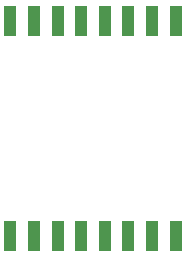
<source format=gbr>
%TF.GenerationSoftware,KiCad,Pcbnew,8.0.1*%
%TF.CreationDate,2024-07-01T13:59:26-05:00*%
%TF.ProjectId,power distribution,706f7765-7220-4646-9973-747269627574,rev?*%
%TF.SameCoordinates,Original*%
%TF.FileFunction,Paste,Top*%
%TF.FilePolarity,Positive*%
%FSLAX46Y46*%
G04 Gerber Fmt 4.6, Leading zero omitted, Abs format (unit mm)*
G04 Created by KiCad (PCBNEW 8.0.1) date 2024-07-01 13:59:26*
%MOMM*%
%LPD*%
G01*
G04 APERTURE LIST*
%ADD10R,1.000000X2.500000*%
G04 APERTURE END LIST*
D10*
%TO.C,U2*%
X160400000Y-102000000D03*
X162400000Y-102000000D03*
X164400000Y-102000000D03*
X166400000Y-102000000D03*
X168400000Y-102000000D03*
X170400000Y-102000000D03*
X172400000Y-102000000D03*
X174400000Y-102000000D03*
X174400000Y-83800000D03*
X172400000Y-83800000D03*
X170400000Y-83800000D03*
X168400000Y-83800000D03*
X166400000Y-83800000D03*
X164400000Y-83800000D03*
X162400000Y-83800000D03*
X160400000Y-83800000D03*
%TD*%
M02*

</source>
